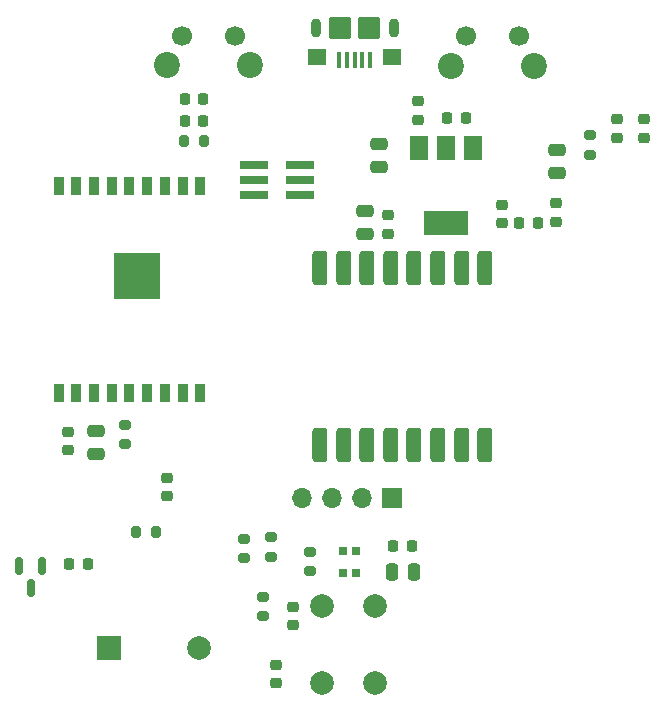
<source format=gts>
%TF.GenerationSoftware,KiCad,Pcbnew,7.0.10*%
%TF.CreationDate,2025-01-08T07:23:31-05:00*%
%TF.ProjectId,PostAlertBaseStationV6,506f7374-416c-4657-9274-426173655374,5.0*%
%TF.SameCoordinates,Original*%
%TF.FileFunction,Soldermask,Top*%
%TF.FilePolarity,Negative*%
%FSLAX46Y46*%
G04 Gerber Fmt 4.6, Leading zero omitted, Abs format (unit mm)*
G04 Created by KiCad (PCBNEW 7.0.10) date 2025-01-08 07:23:31*
%MOMM*%
%LPD*%
G01*
G04 APERTURE LIST*
G04 Aperture macros list*
%AMRoundRect*
0 Rectangle with rounded corners*
0 $1 Rounding radius*
0 $2 $3 $4 $5 $6 $7 $8 $9 X,Y pos of 4 corners*
0 Add a 4 corners polygon primitive as box body*
4,1,4,$2,$3,$4,$5,$6,$7,$8,$9,$2,$3,0*
0 Add four circle primitives for the rounded corners*
1,1,$1+$1,$2,$3*
1,1,$1+$1,$4,$5*
1,1,$1+$1,$6,$7*
1,1,$1+$1,$8,$9*
0 Add four rect primitives between the rounded corners*
20,1,$1+$1,$2,$3,$4,$5,0*
20,1,$1+$1,$4,$5,$6,$7,0*
20,1,$1+$1,$6,$7,$8,$9,0*
20,1,$1+$1,$8,$9,$2,$3,0*%
G04 Aperture macros list end*
%ADD10C,2.200000*%
%ADD11C,1.700000*%
%ADD12RoundRect,0.100000X0.100000X0.575000X-0.100000X0.575000X-0.100000X-0.575000X0.100000X-0.575000X0*%
%ADD13O,0.900000X1.600000*%
%ADD14RoundRect,0.250000X0.550000X0.450000X-0.550000X0.450000X-0.550000X-0.450000X0.550000X-0.450000X0*%
%ADD15RoundRect,0.250000X0.700000X0.700000X-0.700000X0.700000X-0.700000X-0.700000X0.700000X-0.700000X0*%
%ADD16RoundRect,0.218750X-0.256250X0.218750X-0.256250X-0.218750X0.256250X-0.218750X0.256250X0.218750X0*%
%ADD17RoundRect,0.225000X-0.250000X0.225000X-0.250000X-0.225000X0.250000X-0.225000X0.250000X0.225000X0*%
%ADD18RoundRect,0.225000X-0.225000X-0.250000X0.225000X-0.250000X0.225000X0.250000X-0.225000X0.250000X0*%
%ADD19RoundRect,0.250000X-0.475000X0.250000X-0.475000X-0.250000X0.475000X-0.250000X0.475000X0.250000X0*%
%ADD20RoundRect,0.200000X0.200000X0.275000X-0.200000X0.275000X-0.200000X-0.275000X0.200000X-0.275000X0*%
%ADD21R,2.000000X2.000000*%
%ADD22C,2.000000*%
%ADD23R,1.700000X1.700000*%
%ADD24O,1.700000X1.700000*%
%ADD25RoundRect,0.225000X0.250000X-0.225000X0.250000X0.225000X-0.250000X0.225000X-0.250000X-0.225000X0*%
%ADD26RoundRect,0.150000X-0.150000X0.587500X-0.150000X-0.587500X0.150000X-0.587500X0.150000X0.587500X0*%
%ADD27RoundRect,0.200000X-0.275000X0.200000X-0.275000X-0.200000X0.275000X-0.200000X0.275000X0.200000X0*%
%ADD28R,0.900000X1.500000*%
%ADD29R,4.000000X4.000000*%
%ADD30R,1.500000X2.000000*%
%ADD31R,3.800000X2.000000*%
%ADD32RoundRect,0.317500X0.317500X-1.157500X0.317500X1.157500X-0.317500X1.157500X-0.317500X-1.157500X0*%
%ADD33RoundRect,0.200000X0.275000X-0.200000X0.275000X0.200000X-0.275000X0.200000X-0.275000X-0.200000X0*%
%ADD34RoundRect,0.250000X0.475000X-0.250000X0.475000X0.250000X-0.475000X0.250000X-0.475000X-0.250000X0*%
%ADD35R,0.700000X0.700000*%
%ADD36RoundRect,0.225000X0.225000X0.250000X-0.225000X0.250000X-0.225000X-0.250000X0.225000X-0.250000X0*%
%ADD37RoundRect,0.250000X-0.250000X-0.475000X0.250000X-0.475000X0.250000X0.475000X-0.250000X0.475000X0*%
%ADD38RoundRect,0.218750X-0.218750X-0.256250X0.218750X-0.256250X0.218750X0.256250X-0.218750X0.256250X0*%
%ADD39R,2.400000X0.740000*%
G04 APERTURE END LIST*
D10*
%TO.C,SW2*%
X16379400Y58227000D03*
X23379400Y58227000D03*
D11*
X17629400Y60727000D03*
X22129400Y60727000D03*
%TD*%
D12*
%TO.C,J5*%
X33534400Y58687000D03*
X32884400Y58687000D03*
X32234400Y58687000D03*
X31584400Y58687000D03*
X30934400Y58687000D03*
D13*
X35534400Y61362000D03*
D14*
X35434400Y58912000D03*
D15*
X33434400Y61362000D03*
X31034400Y61362000D03*
D14*
X29034400Y58912000D03*
D13*
X28934400Y61362000D03*
%TD*%
D16*
%TO.C,D4*%
X54459400Y53640500D03*
X54459400Y52065500D03*
%TD*%
D17*
%TO.C,C9*%
X7926600Y27161200D03*
X7926600Y25611200D03*
%TD*%
D18*
%TO.C,C5*%
X40095400Y53742000D03*
X41645400Y53742000D03*
%TD*%
D19*
%TO.C,C2*%
X34266400Y51517000D03*
X34266400Y49617000D03*
%TD*%
D20*
%TO.C,R8*%
X15406400Y18690000D03*
X13756400Y18690000D03*
%TD*%
D21*
%TO.C,BZ1*%
X11440000Y8890000D03*
D22*
X19040000Y8890000D03*
%TD*%
D23*
%TO.C,J1*%
X35409400Y21611000D03*
D24*
X32869400Y21611000D03*
X30329400Y21611000D03*
X27789400Y21611000D03*
%TD*%
D25*
%TO.C,C3*%
X44680400Y44839000D03*
X44680400Y46389000D03*
%TD*%
D10*
%TO.C,SW3*%
X40382400Y58170000D03*
X47382400Y58170000D03*
D11*
X41632400Y60670000D03*
X46132400Y60670000D03*
%TD*%
D26*
%TO.C,Q2*%
X5752400Y15817500D03*
X3852400Y15817500D03*
X4802400Y13942500D03*
%TD*%
D27*
%TO.C,R4*%
X28424400Y17025800D03*
X28424400Y15375800D03*
%TD*%
D28*
%TO.C,U1*%
X7171000Y30488600D03*
X8671000Y30488600D03*
X10171000Y30488600D03*
X11671000Y30488600D03*
X13171000Y30488600D03*
X14671000Y30488600D03*
X16171000Y30488600D03*
X17671000Y30488600D03*
X19171000Y30488600D03*
X19171000Y47988600D03*
X17671000Y47988600D03*
X16171000Y47988600D03*
X14671000Y47988600D03*
X13171000Y47988600D03*
X11671000Y47988600D03*
X10171000Y47988600D03*
X8671000Y47988600D03*
X7171000Y47988600D03*
D29*
X13781000Y40338600D03*
%TD*%
D30*
%TO.C,U3*%
X42281400Y51177000D03*
X39981400Y51177000D03*
D31*
X39981400Y44877000D03*
D30*
X37681400Y51177000D03*
%TD*%
D32*
%TO.C,U2*%
X29298400Y26024000D03*
X31298400Y26024000D03*
X33298400Y26024000D03*
X35298400Y26024000D03*
X37298400Y26024000D03*
X39298400Y26024000D03*
X41298400Y26024000D03*
X43298400Y26024000D03*
X43298400Y41074000D03*
X41298400Y41074000D03*
X39298400Y41074000D03*
X37298400Y41074000D03*
X35298400Y41074000D03*
X33298400Y41074000D03*
X31298400Y41074000D03*
X29298400Y41074000D03*
%TD*%
D33*
%TO.C,R7*%
X52173400Y50631000D03*
X52173400Y52281000D03*
%TD*%
D34*
%TO.C,C6*%
X33123400Y43963000D03*
X33123400Y45863000D03*
%TD*%
D35*
%TO.C,D1*%
X32352600Y17065000D03*
X31252600Y17065000D03*
X31252600Y15235000D03*
X32352600Y15235000D03*
%TD*%
D34*
%TO.C,C4*%
X49379400Y49109000D03*
X49379400Y51009000D03*
%TD*%
D36*
%TO.C,C13*%
X9641400Y16023000D03*
X8091400Y16023000D03*
%TD*%
D25*
%TO.C,C7*%
X35028400Y43950000D03*
X35028400Y45500000D03*
%TD*%
%TO.C,C17*%
X56745400Y52078000D03*
X56745400Y53628000D03*
%TD*%
D22*
%TO.C,SW1*%
X33961600Y12390800D03*
X33961600Y5890800D03*
X29461600Y12390800D03*
X29461600Y5890800D03*
%TD*%
D27*
%TO.C,R5*%
X24512800Y13215800D03*
X24512800Y11565800D03*
%TD*%
D33*
%TO.C,R3*%
X22836400Y16468000D03*
X22836400Y18118000D03*
%TD*%
D37*
%TO.C,C10*%
X35361400Y15300500D03*
X37261400Y15300500D03*
%TD*%
D33*
%TO.C,R2*%
X25122400Y16595000D03*
X25122400Y18245000D03*
%TD*%
D19*
%TO.C,C8*%
X10365000Y27234600D03*
X10365000Y25334600D03*
%TD*%
D16*
%TO.C,D2*%
X27002000Y12365500D03*
X27002000Y10790500D03*
%TD*%
D36*
%TO.C,C16*%
X19420400Y53513400D03*
X17870400Y53513400D03*
%TD*%
D20*
%TO.C,R6*%
X19470400Y51837000D03*
X17820400Y51837000D03*
%TD*%
D18*
%TO.C,C12*%
X35523400Y17470800D03*
X37073400Y17470800D03*
%TD*%
D38*
%TO.C,L1*%
X46178900Y44852000D03*
X47753900Y44852000D03*
%TD*%
D17*
%TO.C,C11*%
X16359400Y23275000D03*
X16359400Y21725000D03*
%TD*%
D38*
%TO.C,D3*%
X17857900Y55316800D03*
X19432900Y55316800D03*
%TD*%
D25*
%TO.C,C19*%
X49252400Y44966000D03*
X49252400Y46516000D03*
%TD*%
D17*
%TO.C,C15*%
X25554200Y7438400D03*
X25554200Y5888400D03*
%TD*%
D25*
%TO.C,C1*%
X37568400Y53602000D03*
X37568400Y55152000D03*
%TD*%
D39*
%TO.C,J2*%
X23680400Y49805000D03*
X27580400Y49805000D03*
X23680400Y48535000D03*
X27580400Y48535000D03*
X23680400Y47265000D03*
X27580400Y47265000D03*
%TD*%
D33*
%TO.C,R1*%
X12803400Y26120000D03*
X12803400Y27770000D03*
%TD*%
M02*

</source>
